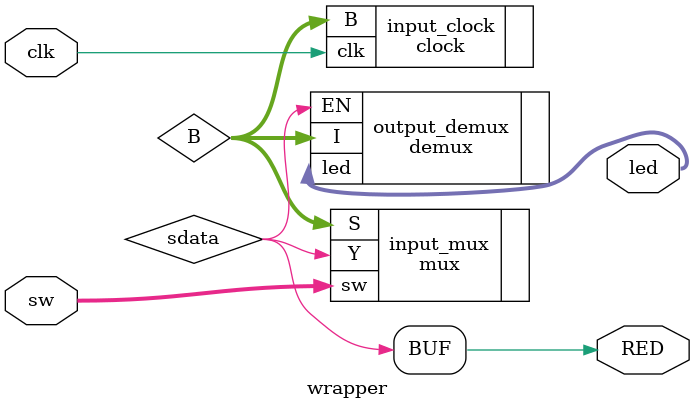
<source format=v>
`timescale 1ns / 1ps


module wrapper(
input clk,
    input [7:0] sw,
    output  RED,
    output [7:0] led
);

wire sdata;
wire [2:0] B;




mux input_mux (
    .sw(sw),
    .S(B),
    .Y(sdata)
);

demux output_demux (
    .EN(sdata),
    .I(B),
    .led(led)
);

clock input_clock(
  .clk(clk),
  .B(B)
);
assign RED=sdata;
endmodule
</source>
